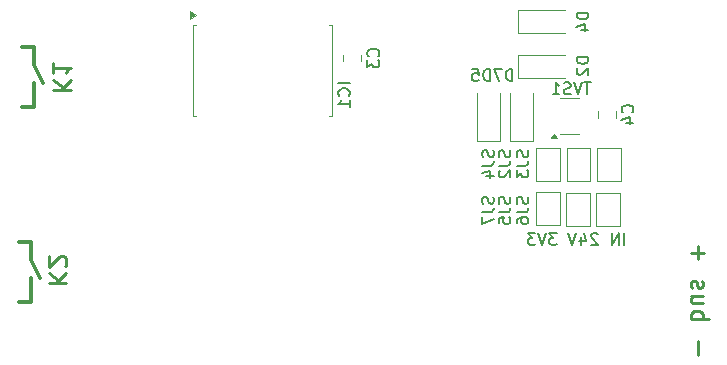
<source format=gbr>
%TF.GenerationSoftware,KiCad,Pcbnew,8.0.1*%
%TF.CreationDate,2024-04-28T14:47:00+02:00*%
%TF.ProjectId,2in-2out_2.0,32696e2d-326f-4757-945f-322e302e6b69,rev?*%
%TF.SameCoordinates,Original*%
%TF.FileFunction,Legend,Bot*%
%TF.FilePolarity,Positive*%
%FSLAX46Y46*%
G04 Gerber Fmt 4.6, Leading zero omitted, Abs format (unit mm)*
G04 Created by KiCad (PCBNEW 8.0.1) date 2024-04-28 14:47:00*
%MOMM*%
%LPD*%
G01*
G04 APERTURE LIST*
%ADD10C,0.304800*%
%ADD11C,0.250000*%
%ADD12C,0.150000*%
%ADD13C,0.120000*%
G04 APERTURE END LIST*
D10*
X133477000Y-57785000D02*
X133477000Y-59309000D01*
X133477000Y-59309000D02*
X134239000Y-60833000D01*
X133731000Y-44323000D02*
X133731000Y-46355000D01*
X133731000Y-46355000D02*
X132715000Y-46355000D01*
X132715000Y-41275000D02*
X133731000Y-41275000D01*
X132461000Y-57785000D02*
X133477000Y-57785000D01*
X133477000Y-60833000D02*
X133477000Y-62865000D01*
X133477000Y-62865000D02*
X132461000Y-62865000D01*
X133731000Y-42799000D02*
X134493000Y-44323000D01*
X133731000Y-41275000D02*
X133731000Y-42799000D01*
D11*
X135347571Y-44899901D02*
X136847571Y-44899901D01*
X135347571Y-44042758D02*
X136204714Y-44685615D01*
X136847571Y-44042758D02*
X135990428Y-44899901D01*
X135347571Y-42614186D02*
X135347571Y-43471329D01*
X135347571Y-43042758D02*
X136847571Y-43042758D01*
X136847571Y-43042758D02*
X136633285Y-43185615D01*
X136633285Y-43185615D02*
X136490428Y-43328472D01*
X136490428Y-43328472D02*
X136419000Y-43471329D01*
X134966571Y-61282901D02*
X136466571Y-61282901D01*
X134966571Y-60425758D02*
X135823714Y-61068615D01*
X136466571Y-60425758D02*
X135609428Y-61282901D01*
X136323714Y-59854329D02*
X136395142Y-59782901D01*
X136395142Y-59782901D02*
X136466571Y-59640044D01*
X136466571Y-59640044D02*
X136466571Y-59282901D01*
X136466571Y-59282901D02*
X136395142Y-59140044D01*
X136395142Y-59140044D02*
X136323714Y-59068615D01*
X136323714Y-59068615D02*
X136180857Y-58997186D01*
X136180857Y-58997186D02*
X136038000Y-58997186D01*
X136038000Y-58997186D02*
X135823714Y-59068615D01*
X135823714Y-59068615D02*
X134966571Y-59925758D01*
X134966571Y-59925758D02*
X134966571Y-58997186D01*
X189913000Y-67345143D02*
X189913000Y-66202286D01*
X189341571Y-64345143D02*
X190841571Y-64345143D01*
X190270142Y-64345143D02*
X190341571Y-64202286D01*
X190341571Y-64202286D02*
X190341571Y-63916571D01*
X190341571Y-63916571D02*
X190270142Y-63773714D01*
X190270142Y-63773714D02*
X190198714Y-63702286D01*
X190198714Y-63702286D02*
X190055857Y-63630857D01*
X190055857Y-63630857D02*
X189627285Y-63630857D01*
X189627285Y-63630857D02*
X189484428Y-63702286D01*
X189484428Y-63702286D02*
X189413000Y-63773714D01*
X189413000Y-63773714D02*
X189341571Y-63916571D01*
X189341571Y-63916571D02*
X189341571Y-64202286D01*
X189341571Y-64202286D02*
X189413000Y-64345143D01*
X190341571Y-62345143D02*
X189341571Y-62345143D01*
X190341571Y-62988000D02*
X189555857Y-62988000D01*
X189555857Y-62988000D02*
X189413000Y-62916571D01*
X189413000Y-62916571D02*
X189341571Y-62773714D01*
X189341571Y-62773714D02*
X189341571Y-62559428D01*
X189341571Y-62559428D02*
X189413000Y-62416571D01*
X189413000Y-62416571D02*
X189484428Y-62345143D01*
X189413000Y-61702285D02*
X189341571Y-61559428D01*
X189341571Y-61559428D02*
X189341571Y-61273714D01*
X189341571Y-61273714D02*
X189413000Y-61130857D01*
X189413000Y-61130857D02*
X189555857Y-61059428D01*
X189555857Y-61059428D02*
X189627285Y-61059428D01*
X189627285Y-61059428D02*
X189770142Y-61130857D01*
X189770142Y-61130857D02*
X189841571Y-61273714D01*
X189841571Y-61273714D02*
X189841571Y-61488000D01*
X189841571Y-61488000D02*
X189913000Y-61630857D01*
X189913000Y-61630857D02*
X190055857Y-61702285D01*
X190055857Y-61702285D02*
X190127285Y-61702285D01*
X190127285Y-61702285D02*
X190270142Y-61630857D01*
X190270142Y-61630857D02*
X190341571Y-61488000D01*
X190341571Y-61488000D02*
X190341571Y-61273714D01*
X190341571Y-61273714D02*
X190270142Y-61130857D01*
X189913000Y-59273714D02*
X189913000Y-58130857D01*
X189341571Y-58702285D02*
X190484428Y-58702285D01*
D12*
X183686220Y-58035819D02*
X183686220Y-57035819D01*
X183210030Y-58035819D02*
X183210030Y-57035819D01*
X183210030Y-57035819D02*
X182638602Y-58035819D01*
X182638602Y-58035819D02*
X182638602Y-57035819D01*
X181448125Y-57131057D02*
X181400506Y-57083438D01*
X181400506Y-57083438D02*
X181305268Y-57035819D01*
X181305268Y-57035819D02*
X181067173Y-57035819D01*
X181067173Y-57035819D02*
X180971935Y-57083438D01*
X180971935Y-57083438D02*
X180924316Y-57131057D01*
X180924316Y-57131057D02*
X180876697Y-57226295D01*
X180876697Y-57226295D02*
X180876697Y-57321533D01*
X180876697Y-57321533D02*
X180924316Y-57464390D01*
X180924316Y-57464390D02*
X181495744Y-58035819D01*
X181495744Y-58035819D02*
X180876697Y-58035819D01*
X180019554Y-57369152D02*
X180019554Y-58035819D01*
X180257649Y-56988200D02*
X180495744Y-57702485D01*
X180495744Y-57702485D02*
X179876697Y-57702485D01*
X179638601Y-57035819D02*
X179305268Y-58035819D01*
X179305268Y-58035819D02*
X178971935Y-57035819D01*
X177971934Y-57035819D02*
X177352887Y-57035819D01*
X177352887Y-57035819D02*
X177686220Y-57416771D01*
X177686220Y-57416771D02*
X177543363Y-57416771D01*
X177543363Y-57416771D02*
X177448125Y-57464390D01*
X177448125Y-57464390D02*
X177400506Y-57512009D01*
X177400506Y-57512009D02*
X177352887Y-57607247D01*
X177352887Y-57607247D02*
X177352887Y-57845342D01*
X177352887Y-57845342D02*
X177400506Y-57940580D01*
X177400506Y-57940580D02*
X177448125Y-57988200D01*
X177448125Y-57988200D02*
X177543363Y-58035819D01*
X177543363Y-58035819D02*
X177829077Y-58035819D01*
X177829077Y-58035819D02*
X177924315Y-57988200D01*
X177924315Y-57988200D02*
X177971934Y-57940580D01*
X177067172Y-57035819D02*
X176733839Y-58035819D01*
X176733839Y-58035819D02*
X176400506Y-57035819D01*
X176162410Y-57035819D02*
X175543363Y-57035819D01*
X175543363Y-57035819D02*
X175876696Y-57416771D01*
X175876696Y-57416771D02*
X175733839Y-57416771D01*
X175733839Y-57416771D02*
X175638601Y-57464390D01*
X175638601Y-57464390D02*
X175590982Y-57512009D01*
X175590982Y-57512009D02*
X175543363Y-57607247D01*
X175543363Y-57607247D02*
X175543363Y-57845342D01*
X175543363Y-57845342D02*
X175590982Y-57940580D01*
X175590982Y-57940580D02*
X175638601Y-57988200D01*
X175638601Y-57988200D02*
X175733839Y-58035819D01*
X175733839Y-58035819D02*
X176019553Y-58035819D01*
X176019553Y-58035819D02*
X176114791Y-57988200D01*
X176114791Y-57988200D02*
X176162410Y-57940580D01*
X175540200Y-53975143D02*
X175587819Y-54118000D01*
X175587819Y-54118000D02*
X175587819Y-54356095D01*
X175587819Y-54356095D02*
X175540200Y-54451333D01*
X175540200Y-54451333D02*
X175492580Y-54498952D01*
X175492580Y-54498952D02*
X175397342Y-54546571D01*
X175397342Y-54546571D02*
X175302104Y-54546571D01*
X175302104Y-54546571D02*
X175206866Y-54498952D01*
X175206866Y-54498952D02*
X175159247Y-54451333D01*
X175159247Y-54451333D02*
X175111628Y-54356095D01*
X175111628Y-54356095D02*
X175064009Y-54165619D01*
X175064009Y-54165619D02*
X175016390Y-54070381D01*
X175016390Y-54070381D02*
X174968771Y-54022762D01*
X174968771Y-54022762D02*
X174873533Y-53975143D01*
X174873533Y-53975143D02*
X174778295Y-53975143D01*
X174778295Y-53975143D02*
X174683057Y-54022762D01*
X174683057Y-54022762D02*
X174635438Y-54070381D01*
X174635438Y-54070381D02*
X174587819Y-54165619D01*
X174587819Y-54165619D02*
X174587819Y-54403714D01*
X174587819Y-54403714D02*
X174635438Y-54546571D01*
X174587819Y-55260857D02*
X175302104Y-55260857D01*
X175302104Y-55260857D02*
X175444961Y-55213238D01*
X175444961Y-55213238D02*
X175540200Y-55118000D01*
X175540200Y-55118000D02*
X175587819Y-54975143D01*
X175587819Y-54975143D02*
X175587819Y-54879905D01*
X174587819Y-56165619D02*
X174587819Y-55975143D01*
X174587819Y-55975143D02*
X174635438Y-55879905D01*
X174635438Y-55879905D02*
X174683057Y-55832286D01*
X174683057Y-55832286D02*
X174825914Y-55737048D01*
X174825914Y-55737048D02*
X175016390Y-55689429D01*
X175016390Y-55689429D02*
X175397342Y-55689429D01*
X175397342Y-55689429D02*
X175492580Y-55737048D01*
X175492580Y-55737048D02*
X175540200Y-55784667D01*
X175540200Y-55784667D02*
X175587819Y-55879905D01*
X175587819Y-55879905D02*
X175587819Y-56070381D01*
X175587819Y-56070381D02*
X175540200Y-56165619D01*
X175540200Y-56165619D02*
X175492580Y-56213238D01*
X175492580Y-56213238D02*
X175397342Y-56260857D01*
X175397342Y-56260857D02*
X175159247Y-56260857D01*
X175159247Y-56260857D02*
X175064009Y-56213238D01*
X175064009Y-56213238D02*
X175016390Y-56165619D01*
X175016390Y-56165619D02*
X174968771Y-56070381D01*
X174968771Y-56070381D02*
X174968771Y-55879905D01*
X174968771Y-55879905D02*
X175016390Y-55784667D01*
X175016390Y-55784667D02*
X175064009Y-55737048D01*
X175064009Y-55737048D02*
X175159247Y-55689429D01*
X174016200Y-53975143D02*
X174063819Y-54118000D01*
X174063819Y-54118000D02*
X174063819Y-54356095D01*
X174063819Y-54356095D02*
X174016200Y-54451333D01*
X174016200Y-54451333D02*
X173968580Y-54498952D01*
X173968580Y-54498952D02*
X173873342Y-54546571D01*
X173873342Y-54546571D02*
X173778104Y-54546571D01*
X173778104Y-54546571D02*
X173682866Y-54498952D01*
X173682866Y-54498952D02*
X173635247Y-54451333D01*
X173635247Y-54451333D02*
X173587628Y-54356095D01*
X173587628Y-54356095D02*
X173540009Y-54165619D01*
X173540009Y-54165619D02*
X173492390Y-54070381D01*
X173492390Y-54070381D02*
X173444771Y-54022762D01*
X173444771Y-54022762D02*
X173349533Y-53975143D01*
X173349533Y-53975143D02*
X173254295Y-53975143D01*
X173254295Y-53975143D02*
X173159057Y-54022762D01*
X173159057Y-54022762D02*
X173111438Y-54070381D01*
X173111438Y-54070381D02*
X173063819Y-54165619D01*
X173063819Y-54165619D02*
X173063819Y-54403714D01*
X173063819Y-54403714D02*
X173111438Y-54546571D01*
X173063819Y-55260857D02*
X173778104Y-55260857D01*
X173778104Y-55260857D02*
X173920961Y-55213238D01*
X173920961Y-55213238D02*
X174016200Y-55118000D01*
X174016200Y-55118000D02*
X174063819Y-54975143D01*
X174063819Y-54975143D02*
X174063819Y-54879905D01*
X173063819Y-56213238D02*
X173063819Y-55737048D01*
X173063819Y-55737048D02*
X173540009Y-55689429D01*
X173540009Y-55689429D02*
X173492390Y-55737048D01*
X173492390Y-55737048D02*
X173444771Y-55832286D01*
X173444771Y-55832286D02*
X173444771Y-56070381D01*
X173444771Y-56070381D02*
X173492390Y-56165619D01*
X173492390Y-56165619D02*
X173540009Y-56213238D01*
X173540009Y-56213238D02*
X173635247Y-56260857D01*
X173635247Y-56260857D02*
X173873342Y-56260857D01*
X173873342Y-56260857D02*
X173968580Y-56213238D01*
X173968580Y-56213238D02*
X174016200Y-56165619D01*
X174016200Y-56165619D02*
X174063819Y-56070381D01*
X174063819Y-56070381D02*
X174063819Y-55832286D01*
X174063819Y-55832286D02*
X174016200Y-55737048D01*
X174016200Y-55737048D02*
X173968580Y-55689429D01*
X162859580Y-42063333D02*
X162907200Y-42015714D01*
X162907200Y-42015714D02*
X162954819Y-41872857D01*
X162954819Y-41872857D02*
X162954819Y-41777619D01*
X162954819Y-41777619D02*
X162907200Y-41634762D01*
X162907200Y-41634762D02*
X162811961Y-41539524D01*
X162811961Y-41539524D02*
X162716723Y-41491905D01*
X162716723Y-41491905D02*
X162526247Y-41444286D01*
X162526247Y-41444286D02*
X162383390Y-41444286D01*
X162383390Y-41444286D02*
X162192914Y-41491905D01*
X162192914Y-41491905D02*
X162097676Y-41539524D01*
X162097676Y-41539524D02*
X162002438Y-41634762D01*
X162002438Y-41634762D02*
X161954819Y-41777619D01*
X161954819Y-41777619D02*
X161954819Y-41872857D01*
X161954819Y-41872857D02*
X162002438Y-42015714D01*
X162002438Y-42015714D02*
X162050057Y-42063333D01*
X161954819Y-42396667D02*
X161954819Y-43015714D01*
X161954819Y-43015714D02*
X162335771Y-42682381D01*
X162335771Y-42682381D02*
X162335771Y-42825238D01*
X162335771Y-42825238D02*
X162383390Y-42920476D01*
X162383390Y-42920476D02*
X162431009Y-42968095D01*
X162431009Y-42968095D02*
X162526247Y-43015714D01*
X162526247Y-43015714D02*
X162764342Y-43015714D01*
X162764342Y-43015714D02*
X162859580Y-42968095D01*
X162859580Y-42968095D02*
X162907200Y-42920476D01*
X162907200Y-42920476D02*
X162954819Y-42825238D01*
X162954819Y-42825238D02*
X162954819Y-42539524D01*
X162954819Y-42539524D02*
X162907200Y-42444286D01*
X162907200Y-42444286D02*
X162859580Y-42396667D01*
X180863666Y-44285819D02*
X180292238Y-44285819D01*
X180577952Y-45285819D02*
X180577952Y-44285819D01*
X180101761Y-44285819D02*
X179768428Y-45285819D01*
X179768428Y-45285819D02*
X179435095Y-44285819D01*
X179149380Y-45238200D02*
X179006523Y-45285819D01*
X179006523Y-45285819D02*
X178768428Y-45285819D01*
X178768428Y-45285819D02*
X178673190Y-45238200D01*
X178673190Y-45238200D02*
X178625571Y-45190580D01*
X178625571Y-45190580D02*
X178577952Y-45095342D01*
X178577952Y-45095342D02*
X178577952Y-45000104D01*
X178577952Y-45000104D02*
X178625571Y-44904866D01*
X178625571Y-44904866D02*
X178673190Y-44857247D01*
X178673190Y-44857247D02*
X178768428Y-44809628D01*
X178768428Y-44809628D02*
X178958904Y-44762009D01*
X178958904Y-44762009D02*
X179054142Y-44714390D01*
X179054142Y-44714390D02*
X179101761Y-44666771D01*
X179101761Y-44666771D02*
X179149380Y-44571533D01*
X179149380Y-44571533D02*
X179149380Y-44476295D01*
X179149380Y-44476295D02*
X179101761Y-44381057D01*
X179101761Y-44381057D02*
X179054142Y-44333438D01*
X179054142Y-44333438D02*
X178958904Y-44285819D01*
X178958904Y-44285819D02*
X178720809Y-44285819D01*
X178720809Y-44285819D02*
X178577952Y-44333438D01*
X177625571Y-45285819D02*
X178196999Y-45285819D01*
X177911285Y-45285819D02*
X177911285Y-44285819D01*
X177911285Y-44285819D02*
X178006523Y-44428676D01*
X178006523Y-44428676D02*
X178101761Y-44523914D01*
X178101761Y-44523914D02*
X178196999Y-44571533D01*
X172619200Y-50038143D02*
X172666819Y-50181000D01*
X172666819Y-50181000D02*
X172666819Y-50419095D01*
X172666819Y-50419095D02*
X172619200Y-50514333D01*
X172619200Y-50514333D02*
X172571580Y-50561952D01*
X172571580Y-50561952D02*
X172476342Y-50609571D01*
X172476342Y-50609571D02*
X172381104Y-50609571D01*
X172381104Y-50609571D02*
X172285866Y-50561952D01*
X172285866Y-50561952D02*
X172238247Y-50514333D01*
X172238247Y-50514333D02*
X172190628Y-50419095D01*
X172190628Y-50419095D02*
X172143009Y-50228619D01*
X172143009Y-50228619D02*
X172095390Y-50133381D01*
X172095390Y-50133381D02*
X172047771Y-50085762D01*
X172047771Y-50085762D02*
X171952533Y-50038143D01*
X171952533Y-50038143D02*
X171857295Y-50038143D01*
X171857295Y-50038143D02*
X171762057Y-50085762D01*
X171762057Y-50085762D02*
X171714438Y-50133381D01*
X171714438Y-50133381D02*
X171666819Y-50228619D01*
X171666819Y-50228619D02*
X171666819Y-50466714D01*
X171666819Y-50466714D02*
X171714438Y-50609571D01*
X171666819Y-51323857D02*
X172381104Y-51323857D01*
X172381104Y-51323857D02*
X172523961Y-51276238D01*
X172523961Y-51276238D02*
X172619200Y-51181000D01*
X172619200Y-51181000D02*
X172666819Y-51038143D01*
X172666819Y-51038143D02*
X172666819Y-50942905D01*
X172000152Y-52228619D02*
X172666819Y-52228619D01*
X171619200Y-51990524D02*
X172333485Y-51752429D01*
X172333485Y-51752429D02*
X172333485Y-52371476D01*
X160474819Y-44362810D02*
X159474819Y-44362810D01*
X160379580Y-45410428D02*
X160427200Y-45362809D01*
X160427200Y-45362809D02*
X160474819Y-45219952D01*
X160474819Y-45219952D02*
X160474819Y-45124714D01*
X160474819Y-45124714D02*
X160427200Y-44981857D01*
X160427200Y-44981857D02*
X160331961Y-44886619D01*
X160331961Y-44886619D02*
X160236723Y-44839000D01*
X160236723Y-44839000D02*
X160046247Y-44791381D01*
X160046247Y-44791381D02*
X159903390Y-44791381D01*
X159903390Y-44791381D02*
X159712914Y-44839000D01*
X159712914Y-44839000D02*
X159617676Y-44886619D01*
X159617676Y-44886619D02*
X159522438Y-44981857D01*
X159522438Y-44981857D02*
X159474819Y-45124714D01*
X159474819Y-45124714D02*
X159474819Y-45219952D01*
X159474819Y-45219952D02*
X159522438Y-45362809D01*
X159522438Y-45362809D02*
X159570057Y-45410428D01*
X160474819Y-46362809D02*
X160474819Y-45791381D01*
X160474819Y-46077095D02*
X159474819Y-46077095D01*
X159474819Y-46077095D02*
X159617676Y-45981857D01*
X159617676Y-45981857D02*
X159712914Y-45886619D01*
X159712914Y-45886619D02*
X159760533Y-45791381D01*
X184382580Y-46823333D02*
X184430200Y-46775714D01*
X184430200Y-46775714D02*
X184477819Y-46632857D01*
X184477819Y-46632857D02*
X184477819Y-46537619D01*
X184477819Y-46537619D02*
X184430200Y-46394762D01*
X184430200Y-46394762D02*
X184334961Y-46299524D01*
X184334961Y-46299524D02*
X184239723Y-46251905D01*
X184239723Y-46251905D02*
X184049247Y-46204286D01*
X184049247Y-46204286D02*
X183906390Y-46204286D01*
X183906390Y-46204286D02*
X183715914Y-46251905D01*
X183715914Y-46251905D02*
X183620676Y-46299524D01*
X183620676Y-46299524D02*
X183525438Y-46394762D01*
X183525438Y-46394762D02*
X183477819Y-46537619D01*
X183477819Y-46537619D02*
X183477819Y-46632857D01*
X183477819Y-46632857D02*
X183525438Y-46775714D01*
X183525438Y-46775714D02*
X183573057Y-46823333D01*
X183811152Y-47680476D02*
X184477819Y-47680476D01*
X183430200Y-47442381D02*
X184144485Y-47204286D01*
X184144485Y-47204286D02*
X184144485Y-47823333D01*
X172315094Y-44142819D02*
X172315094Y-43142819D01*
X172315094Y-43142819D02*
X172076999Y-43142819D01*
X172076999Y-43142819D02*
X171934142Y-43190438D01*
X171934142Y-43190438D02*
X171838904Y-43285676D01*
X171838904Y-43285676D02*
X171791285Y-43380914D01*
X171791285Y-43380914D02*
X171743666Y-43571390D01*
X171743666Y-43571390D02*
X171743666Y-43714247D01*
X171743666Y-43714247D02*
X171791285Y-43904723D01*
X171791285Y-43904723D02*
X171838904Y-43999961D01*
X171838904Y-43999961D02*
X171934142Y-44095200D01*
X171934142Y-44095200D02*
X172076999Y-44142819D01*
X172076999Y-44142819D02*
X172315094Y-44142819D01*
X170838904Y-43142819D02*
X171315094Y-43142819D01*
X171315094Y-43142819D02*
X171362713Y-43619009D01*
X171362713Y-43619009D02*
X171315094Y-43571390D01*
X171315094Y-43571390D02*
X171219856Y-43523771D01*
X171219856Y-43523771D02*
X170981761Y-43523771D01*
X170981761Y-43523771D02*
X170886523Y-43571390D01*
X170886523Y-43571390D02*
X170838904Y-43619009D01*
X170838904Y-43619009D02*
X170791285Y-43714247D01*
X170791285Y-43714247D02*
X170791285Y-43952342D01*
X170791285Y-43952342D02*
X170838904Y-44047580D01*
X170838904Y-44047580D02*
X170886523Y-44095200D01*
X170886523Y-44095200D02*
X170981761Y-44142819D01*
X170981761Y-44142819D02*
X171219856Y-44142819D01*
X171219856Y-44142819D02*
X171315094Y-44095200D01*
X171315094Y-44095200D02*
X171362713Y-44047580D01*
X180667819Y-42127173D02*
X179667819Y-42127173D01*
X179667819Y-42127173D02*
X179667819Y-42365268D01*
X179667819Y-42365268D02*
X179715438Y-42508125D01*
X179715438Y-42508125D02*
X179810676Y-42603363D01*
X179810676Y-42603363D02*
X179905914Y-42650982D01*
X179905914Y-42650982D02*
X180096390Y-42698601D01*
X180096390Y-42698601D02*
X180239247Y-42698601D01*
X180239247Y-42698601D02*
X180429723Y-42650982D01*
X180429723Y-42650982D02*
X180524961Y-42603363D01*
X180524961Y-42603363D02*
X180620200Y-42508125D01*
X180620200Y-42508125D02*
X180667819Y-42365268D01*
X180667819Y-42365268D02*
X180667819Y-42127173D01*
X179763057Y-43079554D02*
X179715438Y-43127173D01*
X179715438Y-43127173D02*
X179667819Y-43222411D01*
X179667819Y-43222411D02*
X179667819Y-43460506D01*
X179667819Y-43460506D02*
X179715438Y-43555744D01*
X179715438Y-43555744D02*
X179763057Y-43603363D01*
X179763057Y-43603363D02*
X179858295Y-43650982D01*
X179858295Y-43650982D02*
X179953533Y-43650982D01*
X179953533Y-43650982D02*
X180096390Y-43603363D01*
X180096390Y-43603363D02*
X180667819Y-43031935D01*
X180667819Y-43031935D02*
X180667819Y-43650982D01*
X174220094Y-44142819D02*
X174220094Y-43142819D01*
X174220094Y-43142819D02*
X173981999Y-43142819D01*
X173981999Y-43142819D02*
X173839142Y-43190438D01*
X173839142Y-43190438D02*
X173743904Y-43285676D01*
X173743904Y-43285676D02*
X173696285Y-43380914D01*
X173696285Y-43380914D02*
X173648666Y-43571390D01*
X173648666Y-43571390D02*
X173648666Y-43714247D01*
X173648666Y-43714247D02*
X173696285Y-43904723D01*
X173696285Y-43904723D02*
X173743904Y-43999961D01*
X173743904Y-43999961D02*
X173839142Y-44095200D01*
X173839142Y-44095200D02*
X173981999Y-44142819D01*
X173981999Y-44142819D02*
X174220094Y-44142819D01*
X173315332Y-43142819D02*
X172648666Y-43142819D01*
X172648666Y-43142819D02*
X173077237Y-44142819D01*
X175540200Y-50038143D02*
X175587819Y-50181000D01*
X175587819Y-50181000D02*
X175587819Y-50419095D01*
X175587819Y-50419095D02*
X175540200Y-50514333D01*
X175540200Y-50514333D02*
X175492580Y-50561952D01*
X175492580Y-50561952D02*
X175397342Y-50609571D01*
X175397342Y-50609571D02*
X175302104Y-50609571D01*
X175302104Y-50609571D02*
X175206866Y-50561952D01*
X175206866Y-50561952D02*
X175159247Y-50514333D01*
X175159247Y-50514333D02*
X175111628Y-50419095D01*
X175111628Y-50419095D02*
X175064009Y-50228619D01*
X175064009Y-50228619D02*
X175016390Y-50133381D01*
X175016390Y-50133381D02*
X174968771Y-50085762D01*
X174968771Y-50085762D02*
X174873533Y-50038143D01*
X174873533Y-50038143D02*
X174778295Y-50038143D01*
X174778295Y-50038143D02*
X174683057Y-50085762D01*
X174683057Y-50085762D02*
X174635438Y-50133381D01*
X174635438Y-50133381D02*
X174587819Y-50228619D01*
X174587819Y-50228619D02*
X174587819Y-50466714D01*
X174587819Y-50466714D02*
X174635438Y-50609571D01*
X174587819Y-51323857D02*
X175302104Y-51323857D01*
X175302104Y-51323857D02*
X175444961Y-51276238D01*
X175444961Y-51276238D02*
X175540200Y-51181000D01*
X175540200Y-51181000D02*
X175587819Y-51038143D01*
X175587819Y-51038143D02*
X175587819Y-50942905D01*
X174587819Y-51704810D02*
X174587819Y-52323857D01*
X174587819Y-52323857D02*
X174968771Y-51990524D01*
X174968771Y-51990524D02*
X174968771Y-52133381D01*
X174968771Y-52133381D02*
X175016390Y-52228619D01*
X175016390Y-52228619D02*
X175064009Y-52276238D01*
X175064009Y-52276238D02*
X175159247Y-52323857D01*
X175159247Y-52323857D02*
X175397342Y-52323857D01*
X175397342Y-52323857D02*
X175492580Y-52276238D01*
X175492580Y-52276238D02*
X175540200Y-52228619D01*
X175540200Y-52228619D02*
X175587819Y-52133381D01*
X175587819Y-52133381D02*
X175587819Y-51847667D01*
X175587819Y-51847667D02*
X175540200Y-51752429D01*
X175540200Y-51752429D02*
X175492580Y-51704810D01*
X174016200Y-50038143D02*
X174063819Y-50181000D01*
X174063819Y-50181000D02*
X174063819Y-50419095D01*
X174063819Y-50419095D02*
X174016200Y-50514333D01*
X174016200Y-50514333D02*
X173968580Y-50561952D01*
X173968580Y-50561952D02*
X173873342Y-50609571D01*
X173873342Y-50609571D02*
X173778104Y-50609571D01*
X173778104Y-50609571D02*
X173682866Y-50561952D01*
X173682866Y-50561952D02*
X173635247Y-50514333D01*
X173635247Y-50514333D02*
X173587628Y-50419095D01*
X173587628Y-50419095D02*
X173540009Y-50228619D01*
X173540009Y-50228619D02*
X173492390Y-50133381D01*
X173492390Y-50133381D02*
X173444771Y-50085762D01*
X173444771Y-50085762D02*
X173349533Y-50038143D01*
X173349533Y-50038143D02*
X173254295Y-50038143D01*
X173254295Y-50038143D02*
X173159057Y-50085762D01*
X173159057Y-50085762D02*
X173111438Y-50133381D01*
X173111438Y-50133381D02*
X173063819Y-50228619D01*
X173063819Y-50228619D02*
X173063819Y-50466714D01*
X173063819Y-50466714D02*
X173111438Y-50609571D01*
X173063819Y-51323857D02*
X173778104Y-51323857D01*
X173778104Y-51323857D02*
X173920961Y-51276238D01*
X173920961Y-51276238D02*
X174016200Y-51181000D01*
X174016200Y-51181000D02*
X174063819Y-51038143D01*
X174063819Y-51038143D02*
X174063819Y-50942905D01*
X173159057Y-51752429D02*
X173111438Y-51800048D01*
X173111438Y-51800048D02*
X173063819Y-51895286D01*
X173063819Y-51895286D02*
X173063819Y-52133381D01*
X173063819Y-52133381D02*
X173111438Y-52228619D01*
X173111438Y-52228619D02*
X173159057Y-52276238D01*
X173159057Y-52276238D02*
X173254295Y-52323857D01*
X173254295Y-52323857D02*
X173349533Y-52323857D01*
X173349533Y-52323857D02*
X173492390Y-52276238D01*
X173492390Y-52276238D02*
X174063819Y-51704810D01*
X174063819Y-51704810D02*
X174063819Y-52323857D01*
X172619200Y-53975143D02*
X172666819Y-54118000D01*
X172666819Y-54118000D02*
X172666819Y-54356095D01*
X172666819Y-54356095D02*
X172619200Y-54451333D01*
X172619200Y-54451333D02*
X172571580Y-54498952D01*
X172571580Y-54498952D02*
X172476342Y-54546571D01*
X172476342Y-54546571D02*
X172381104Y-54546571D01*
X172381104Y-54546571D02*
X172285866Y-54498952D01*
X172285866Y-54498952D02*
X172238247Y-54451333D01*
X172238247Y-54451333D02*
X172190628Y-54356095D01*
X172190628Y-54356095D02*
X172143009Y-54165619D01*
X172143009Y-54165619D02*
X172095390Y-54070381D01*
X172095390Y-54070381D02*
X172047771Y-54022762D01*
X172047771Y-54022762D02*
X171952533Y-53975143D01*
X171952533Y-53975143D02*
X171857295Y-53975143D01*
X171857295Y-53975143D02*
X171762057Y-54022762D01*
X171762057Y-54022762D02*
X171714438Y-54070381D01*
X171714438Y-54070381D02*
X171666819Y-54165619D01*
X171666819Y-54165619D02*
X171666819Y-54403714D01*
X171666819Y-54403714D02*
X171714438Y-54546571D01*
X171666819Y-55260857D02*
X172381104Y-55260857D01*
X172381104Y-55260857D02*
X172523961Y-55213238D01*
X172523961Y-55213238D02*
X172619200Y-55118000D01*
X172619200Y-55118000D02*
X172666819Y-54975143D01*
X172666819Y-54975143D02*
X172666819Y-54879905D01*
X171666819Y-55641810D02*
X171666819Y-56308476D01*
X171666819Y-56308476D02*
X172666819Y-55879905D01*
X180667819Y-38377905D02*
X179667819Y-38377905D01*
X179667819Y-38377905D02*
X179667819Y-38616000D01*
X179667819Y-38616000D02*
X179715438Y-38758857D01*
X179715438Y-38758857D02*
X179810676Y-38854095D01*
X179810676Y-38854095D02*
X179905914Y-38901714D01*
X179905914Y-38901714D02*
X180096390Y-38949333D01*
X180096390Y-38949333D02*
X180239247Y-38949333D01*
X180239247Y-38949333D02*
X180429723Y-38901714D01*
X180429723Y-38901714D02*
X180524961Y-38854095D01*
X180524961Y-38854095D02*
X180620200Y-38758857D01*
X180620200Y-38758857D02*
X180667819Y-38616000D01*
X180667819Y-38616000D02*
X180667819Y-38377905D01*
X180001152Y-39806476D02*
X180667819Y-39806476D01*
X179620200Y-39568381D02*
X180334485Y-39330286D01*
X180334485Y-39330286D02*
X180334485Y-39949333D01*
D13*
%TO.C,SJ6*%
X181322500Y-53606250D02*
X183322500Y-53606250D01*
X181322500Y-56406250D02*
X181322500Y-53606250D01*
X183322500Y-53606250D02*
X183322500Y-56406250D01*
X183322500Y-56406250D02*
X181322500Y-56406250D01*
%TO.C,SJ5*%
X178782500Y-53606250D02*
X180782500Y-53606250D01*
X178782500Y-56406250D02*
X178782500Y-53606250D01*
X180782500Y-53606250D02*
X180782500Y-56406250D01*
X180782500Y-56406250D02*
X178782500Y-56406250D01*
%TO.C,C3*%
X159920000Y-41968748D02*
X159920000Y-42491252D01*
X161390000Y-41968748D02*
X161390000Y-42491252D01*
%TO.C,TVS1*%
X178270000Y-45562500D02*
X179070000Y-45562500D01*
X178270000Y-48682500D02*
X179070000Y-48682500D01*
X179870000Y-45562500D02*
X179070000Y-45562500D01*
X179870000Y-48682500D02*
X179070000Y-48682500D01*
X178010000Y-48962500D02*
X177530000Y-48962500D01*
X177770000Y-48632500D01*
X178010000Y-48962500D01*
G36*
X178010000Y-48962500D02*
G01*
X177530000Y-48962500D01*
X177770000Y-48632500D01*
X178010000Y-48962500D01*
G37*
%TO.C,SJ4*%
X176242500Y-49796250D02*
X178242500Y-49796250D01*
X176242500Y-52596250D02*
X176242500Y-49796250D01*
X178242500Y-49796250D02*
X178242500Y-52596250D01*
X178242500Y-52596250D02*
X176242500Y-52596250D01*
%TO.C,IC1*%
X147150000Y-39395000D02*
X147150000Y-43255000D01*
X147150000Y-47115000D02*
X147150000Y-43255000D01*
X147395000Y-39395000D02*
X147150000Y-39395000D01*
X147395000Y-47115000D02*
X147150000Y-47115000D01*
X158675000Y-39395000D02*
X158920000Y-39395000D01*
X158675000Y-47115000D02*
X158920000Y-47115000D01*
X158920000Y-39395000D02*
X158920000Y-43255000D01*
X158920000Y-47115000D02*
X158920000Y-43255000D01*
X147395000Y-38542500D02*
X146925000Y-38882500D01*
X146925000Y-38202500D01*
X147395000Y-38542500D01*
G36*
X147395000Y-38542500D02*
G01*
X146925000Y-38882500D01*
X146925000Y-38202500D01*
X147395000Y-38542500D01*
G37*
%TO.C,C4*%
X181510000Y-46728748D02*
X181510000Y-47251252D01*
X182980000Y-46728748D02*
X182980000Y-47251252D01*
%TO.C,D5*%
X171210000Y-45212000D02*
X171210000Y-49222000D01*
X171210000Y-49222000D02*
X173210000Y-49222000D01*
X173210000Y-45212000D02*
X173210000Y-49222000D01*
%TO.C,D2*%
X174678000Y-41926000D02*
X174678000Y-43926000D01*
X178688000Y-41926000D02*
X174678000Y-41926000D01*
X178688000Y-43926000D02*
X174678000Y-43926000D01*
%TO.C,D7*%
X174006000Y-45212000D02*
X174006000Y-49222000D01*
X174006000Y-49222000D02*
X176006000Y-49222000D01*
X176006000Y-45212000D02*
X176006000Y-49222000D01*
%TO.C,SJ3*%
X181407500Y-49796250D02*
X183407500Y-49796250D01*
X181407500Y-52596250D02*
X181407500Y-49796250D01*
X183407500Y-49796250D02*
X183407500Y-52596250D01*
X183407500Y-52596250D02*
X181407500Y-52596250D01*
%TO.C,SJ2*%
X178807500Y-49796250D02*
X180807500Y-49796250D01*
X178807500Y-52596250D02*
X178807500Y-49796250D01*
X180807500Y-49796250D02*
X180807500Y-52596250D01*
X180807500Y-52596250D02*
X178807500Y-52596250D01*
%TO.C,SJ7*%
X176242500Y-53591250D02*
X178242500Y-53591250D01*
X176242500Y-56391250D02*
X176242500Y-53591250D01*
X178242500Y-53591250D02*
X178242500Y-56391250D01*
X178242500Y-56391250D02*
X176242500Y-56391250D01*
%TO.C,D4*%
X174678000Y-38116000D02*
X174678000Y-40116000D01*
X178688000Y-38116000D02*
X174678000Y-38116000D01*
X178688000Y-40116000D02*
X174678000Y-40116000D01*
%TD*%
M02*

</source>
